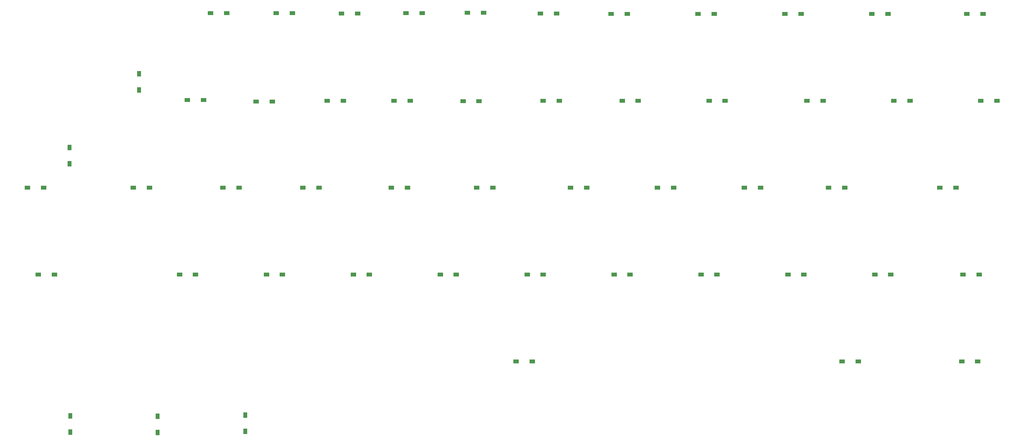
<source format=gbr>
%TF.GenerationSoftware,KiCad,Pcbnew,(7.0.0)*%
%TF.CreationDate,2024-09-06T15:26:17+09:00*%
%TF.ProjectId,rowlow52,726f776c-6f77-4353-922e-6b696361645f,rev?*%
%TF.SameCoordinates,Original*%
%TF.FileFunction,Paste,Top*%
%TF.FilePolarity,Positive*%
%FSLAX46Y46*%
G04 Gerber Fmt 4.6, Leading zero omitted, Abs format (unit mm)*
G04 Created by KiCad (PCBNEW (7.0.0)) date 2024-09-06 15:26:17*
%MOMM*%
%LPD*%
G01*
G04 APERTURE LIST*
%ADD10R,1.300000X0.950000*%
%ADD11R,0.950000X1.300000*%
G04 APERTURE END LIST*
D10*
%TO.C,D29*%
X140493799Y-111918699D03*
X144043799Y-111918699D03*
%TD*%
%TO.C,D3*%
X115324999Y-73699999D03*
X118874999Y-73699999D03*
%TD*%
%TO.C,D39*%
X132181299Y-130968699D03*
X135731299Y-130968699D03*
%TD*%
%TO.C,D33*%
X217906299Y-111918699D03*
X221456299Y-111918699D03*
%TD*%
%TO.C,D6*%
X157199999Y-73549999D03*
X160749999Y-73549999D03*
%TD*%
%TO.C,D20*%
X191106299Y-92868699D03*
X194656299Y-92868699D03*
%TD*%
%TO.C,D9*%
X207774999Y-73818699D03*
X211324999Y-73818699D03*
%TD*%
%TO.C,D52*%
X265531299Y-150018699D03*
X269081299Y-150018699D03*
%TD*%
%TO.C,D18*%
X156224999Y-92949999D03*
X159774999Y-92949999D03*
%TD*%
D11*
%TO.C,D48*%
X89324999Y-165599999D03*
X89324999Y-162049999D03*
%TD*%
D10*
%TO.C,D38*%
X113131299Y-130968699D03*
X116681299Y-130968699D03*
%TD*%
%TO.C,D24*%
X269687499Y-92868699D03*
X273237499Y-92868699D03*
%TD*%
%TO.C,D45*%
X246481299Y-130968699D03*
X250031299Y-130968699D03*
%TD*%
%TO.C,D40*%
X151231299Y-130968699D03*
X154781299Y-130968699D03*
%TD*%
%TO.C,D23*%
X250637499Y-92868699D03*
X254187499Y-92868699D03*
%TD*%
%TO.C,D43*%
X208381299Y-130968699D03*
X211931299Y-130968699D03*
%TD*%
%TO.C,D46*%
X265839499Y-130968699D03*
X269389499Y-130968699D03*
%TD*%
%TO.C,D28*%
X121097499Y-111918699D03*
X124647499Y-111918699D03*
%TD*%
%TO.C,D4*%
X129574999Y-73774999D03*
X133124999Y-73774999D03*
%TD*%
%TO.C,D14*%
X95824999Y-92749999D03*
X99374999Y-92749999D03*
%TD*%
%TO.C,D10*%
X226824999Y-73818699D03*
X230374999Y-73818699D03*
%TD*%
%TO.C,D41*%
X170281299Y-130968699D03*
X173831299Y-130968699D03*
%TD*%
D11*
%TO.C,D1*%
X85249999Y-90524999D03*
X85249999Y-86974999D03*
%TD*%
D10*
%TO.C,D51*%
X239337499Y-150018699D03*
X242887499Y-150018699D03*
%TD*%
%TO.C,D34*%
X236349999Y-111918699D03*
X239899999Y-111918699D03*
%TD*%
%TO.C,D15*%
X110849999Y-93049999D03*
X114399999Y-93049999D03*
%TD*%
%TO.C,D2*%
X100874999Y-73649999D03*
X104424999Y-73649999D03*
%TD*%
%TO.C,D27*%
X103606299Y-111918699D03*
X107156299Y-111918699D03*
%TD*%
%TO.C,D25*%
X60743799Y-111918699D03*
X64293799Y-111918699D03*
%TD*%
%TO.C,D12*%
X266699999Y-73818699D03*
X270249999Y-73818699D03*
%TD*%
%TO.C,D21*%
X210156299Y-92868699D03*
X213706299Y-92868699D03*
%TD*%
%TO.C,D16*%
X126474999Y-92849999D03*
X130024999Y-92849999D03*
%TD*%
%TO.C,D7*%
X173199999Y-73724999D03*
X176749999Y-73724999D03*
%TD*%
%TO.C,D22*%
X231587499Y-92868699D03*
X235137499Y-92868699D03*
%TD*%
%TO.C,D36*%
X63124999Y-130968699D03*
X66674999Y-130968699D03*
%TD*%
%TO.C,D50*%
X167899999Y-150018699D03*
X171449999Y-150018699D03*
%TD*%
%TO.C,D8*%
X188724999Y-73818699D03*
X192274999Y-73818699D03*
%TD*%
%TO.C,D35*%
X260768799Y-111918699D03*
X264318799Y-111918699D03*
%TD*%
%TO.C,D11*%
X245874999Y-73818699D03*
X249424999Y-73818699D03*
%TD*%
%TO.C,D32*%
X198856299Y-111918699D03*
X202406299Y-111918699D03*
%TD*%
%TO.C,D26*%
X83949999Y-111918699D03*
X87499999Y-111918699D03*
%TD*%
%TO.C,D17*%
X141099999Y-92849999D03*
X144649999Y-92849999D03*
%TD*%
%TO.C,D19*%
X173831299Y-92868699D03*
X177381299Y-92868699D03*
%TD*%
%TO.C,D31*%
X179806299Y-111918699D03*
X183356299Y-111918699D03*
%TD*%
D11*
%TO.C,D49*%
X108499999Y-165324999D03*
X108499999Y-161774999D03*
%TD*%
%TO.C,D47*%
X70124999Y-165524999D03*
X70124999Y-161974999D03*
%TD*%
D10*
%TO.C,D42*%
X189331299Y-130968699D03*
X192881299Y-130968699D03*
%TD*%
%TO.C,D44*%
X227431299Y-130968699D03*
X230981299Y-130968699D03*
%TD*%
%TO.C,D5*%
X143699999Y-73699999D03*
X147249999Y-73699999D03*
%TD*%
%TO.C,D37*%
X94081299Y-130968699D03*
X97631299Y-130968699D03*
%TD*%
%TO.C,D30*%
X159197499Y-111918699D03*
X162747499Y-111918699D03*
%TD*%
D11*
%TO.C,D13*%
X69999999Y-106649999D03*
X69999999Y-103099999D03*
%TD*%
M02*

</source>
